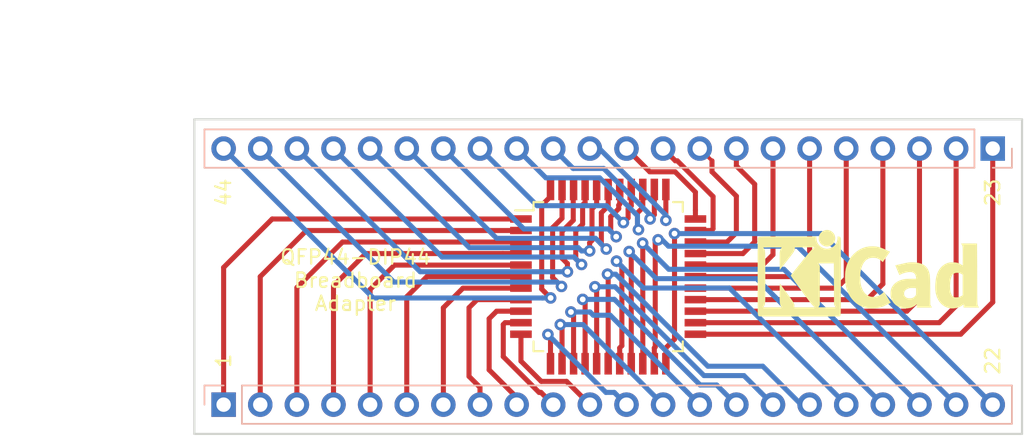
<source format=kicad_pcb>
(kicad_pcb (version 20171130) (host pcbnew "(6.0.0-rc1-dev-1668-g40af48aee)")

  (general
    (thickness 1.6)
    (drawings 11)
    (tracks 274)
    (zones 0)
    (modules 4)
    (nets 45)
  )

  (page A4)
  (layers
    (0 F.Cu signal)
    (31 B.Cu signal)
    (32 B.Adhes user)
    (33 F.Adhes user)
    (34 B.Paste user)
    (35 F.Paste user)
    (36 B.SilkS user)
    (37 F.SilkS user)
    (38 B.Mask user)
    (39 F.Mask user)
    (40 Dwgs.User user)
    (41 Cmts.User user)
    (42 Eco1.User user)
    (43 Eco2.User user)
    (44 Edge.Cuts user)
    (45 Margin user)
    (46 B.CrtYd user)
    (47 F.CrtYd user)
    (48 B.Fab user)
    (49 F.Fab user)
  )

  (setup
    (last_trace_width 0.35)
    (trace_clearance 0.3)
    (zone_clearance 0.508)
    (zone_45_only no)
    (trace_min 0.2)
    (via_size 0.8)
    (via_drill 0.4)
    (via_min_size 0.4)
    (via_min_drill 0.3)
    (uvia_size 0.3)
    (uvia_drill 0.1)
    (uvias_allowed no)
    (uvia_min_size 0.2)
    (uvia_min_drill 0.1)
    (edge_width 0.15)
    (segment_width 0.2)
    (pcb_text_width 0.3)
    (pcb_text_size 1.5 1.5)
    (mod_edge_width 0.15)
    (mod_text_size 1 1)
    (mod_text_width 0.15)
    (pad_size 1.524 1.524)
    (pad_drill 0.762)
    (pad_to_mask_clearance 0.051)
    (solder_mask_min_width 0.25)
    (aux_axis_origin 61.468 75.692)
    (grid_origin 61.468 75.692)
    (visible_elements FFFFFF7F)
    (pcbplotparams
      (layerselection 0x010fc_ffffffff)
      (usegerberextensions false)
      (usegerberattributes false)
      (usegerberadvancedattributes false)
      (creategerberjobfile false)
      (excludeedgelayer true)
      (linewidth 0.100000)
      (plotframeref false)
      (viasonmask false)
      (mode 1)
      (useauxorigin false)
      (hpglpennumber 1)
      (hpglpenspeed 20)
      (hpglpendiameter 15.000000)
      (psnegative false)
      (psa4output false)
      (plotreference true)
      (plotvalue true)
      (plotinvisibletext false)
      (padsonsilk false)
      (subtractmaskfromsilk false)
      (outputformat 1)
      (mirror false)
      (drillshape 1)
      (scaleselection 1)
      (outputdirectory ""))
  )

  (net 0 "")
  (net 1 6)
  (net 2 5)
  (net 3 4)
  (net 4 3)
  (net 5 2)
  (net 6 1)
  (net 7 22)
  (net 8 21)
  (net 9 20)
  (net 10 19)
  (net 11 18)
  (net 12 17)
  (net 13 16)
  (net 14 15)
  (net 15 14)
  (net 16 13)
  (net 17 12)
  (net 18 11)
  (net 19 10)
  (net 20 9)
  (net 21 8)
  (net 22 7)
  (net 23 23)
  (net 24 24)
  (net 25 25)
  (net 26 26)
  (net 27 27)
  (net 28 28)
  (net 29 29)
  (net 30 30)
  (net 31 31)
  (net 32 32)
  (net 33 33)
  (net 34 34)
  (net 35 35)
  (net 36 36)
  (net 37 37)
  (net 38 38)
  (net 39 39)
  (net 40 40)
  (net 41 41)
  (net 42 42)
  (net 43 43)
  (net 44 44)

  (net_class Default "This is the default net class."
    (clearance 0.3)
    (trace_width 0.35)
    (via_dia 0.8)
    (via_drill 0.4)
    (uvia_dia 0.3)
    (uvia_drill 0.1)
    (add_net 1)
    (add_net 10)
    (add_net 11)
    (add_net 12)
    (add_net 13)
    (add_net 14)
    (add_net 15)
    (add_net 16)
    (add_net 17)
    (add_net 18)
    (add_net 19)
    (add_net 2)
    (add_net 20)
    (add_net 21)
    (add_net 22)
    (add_net 23)
    (add_net 24)
    (add_net 25)
    (add_net 26)
    (add_net 27)
    (add_net 28)
    (add_net 29)
    (add_net 3)
    (add_net 30)
    (add_net 31)
    (add_net 32)
    (add_net 33)
    (add_net 34)
    (add_net 35)
    (add_net 36)
    (add_net 37)
    (add_net 38)
    (add_net 39)
    (add_net 4)
    (add_net 40)
    (add_net 41)
    (add_net 42)
    (add_net 43)
    (add_net 44)
    (add_net 5)
    (add_net 6)
    (add_net 7)
    (add_net 8)
    (add_net 9)
  )

  (module Symbol:KiCad-Logo_6mm_SilkScreen (layer F.Cu) (tedit 0) (tstamp 5C5445A4)
    (at 108.204 64.516)
    (descr "KiCad Logo")
    (tags "Logo KiCad")
    (attr virtual)
    (fp_text reference REF** (at 0 -5.08) (layer F.SilkS) hide
      (effects (font (size 1 1) (thickness 0.15)))
    )
    (fp_text value KiCad-Logo_6mm_SilkScreen (at 0 5.08) (layer F.Fab) hide
      (effects (font (size 1 1) (thickness 0.15)))
    )
    (fp_poly (pts (xy -2.726079 -2.96351) (xy -2.622973 -2.927762) (xy -2.526978 -2.871493) (xy -2.441247 -2.794712)
      (xy -2.36893 -2.697427) (xy -2.336445 -2.636108) (xy -2.308332 -2.55034) (xy -2.294705 -2.451323)
      (xy -2.296214 -2.349529) (xy -2.312969 -2.257286) (xy -2.358763 -2.144568) (xy -2.425168 -2.046793)
      (xy -2.508809 -1.965885) (xy -2.606312 -1.903768) (xy -2.7143 -1.862366) (xy -2.829399 -1.843603)
      (xy -2.948234 -1.849402) (xy -3.006811 -1.861794) (xy -3.120972 -1.906203) (xy -3.222365 -1.973967)
      (xy -3.308545 -2.062999) (xy -3.377066 -2.171209) (xy -3.382864 -2.183027) (xy -3.402904 -2.227372)
      (xy -3.415487 -2.26472) (xy -3.422319 -2.30412) (xy -3.425105 -2.354619) (xy -3.425568 -2.409567)
      (xy -3.424803 -2.475585) (xy -3.421352 -2.523311) (xy -3.413477 -2.561897) (xy -3.399443 -2.600494)
      (xy -3.38212 -2.638574) (xy -3.317505 -2.746672) (xy -3.237934 -2.834197) (xy -3.14656 -2.901159)
      (xy -3.046536 -2.947564) (xy -2.941012 -2.973419) (xy -2.833142 -2.978732) (xy -2.726079 -2.96351)) (layer F.SilkS) (width 0.01))
    (fp_poly (pts (xy 6.84227 -2.043175) (xy 6.959041 -2.042696) (xy 6.998729 -2.042455) (xy 7.544486 -2.038865)
      (xy 7.551351 0.054919) (xy 7.552258 0.338842) (xy 7.553062 0.59664) (xy 7.553815 0.829646)
      (xy 7.554569 1.039194) (xy 7.555375 1.226618) (xy 7.556285 1.39325) (xy 7.557351 1.540425)
      (xy 7.558624 1.669477) (xy 7.560156 1.781739) (xy 7.561998 1.878544) (xy 7.564203 1.961226)
      (xy 7.566822 2.031119) (xy 7.569906 2.089557) (xy 7.573508 2.137872) (xy 7.577678 2.1774)
      (xy 7.582469 2.209473) (xy 7.587931 2.235424) (xy 7.594118 2.256589) (xy 7.60108 2.274299)
      (xy 7.608869 2.289889) (xy 7.617537 2.304693) (xy 7.627135 2.320044) (xy 7.637715 2.337276)
      (xy 7.639884 2.340946) (xy 7.676268 2.403031) (xy 7.150431 2.399434) (xy 6.624594 2.395838)
      (xy 6.617729 2.280331) (xy 6.613992 2.224899) (xy 6.610097 2.192851) (xy 6.604811 2.180135)
      (xy 6.596903 2.182696) (xy 6.59027 2.190024) (xy 6.561374 2.216714) (xy 6.514279 2.251021)
      (xy 6.45562 2.288846) (xy 6.392031 2.32609) (xy 6.330149 2.358653) (xy 6.282634 2.380077)
      (xy 6.171316 2.415283) (xy 6.043596 2.440222) (xy 5.908901 2.453941) (xy 5.776663 2.455486)
      (xy 5.656308 2.443906) (xy 5.654326 2.443574) (xy 5.489641 2.40225) (xy 5.335479 2.336412)
      (xy 5.193328 2.247474) (xy 5.064675 2.136852) (xy 4.951007 2.005961) (xy 4.85381 1.856216)
      (xy 4.774572 1.689033) (xy 4.73143 1.56519) (xy 4.702979 1.461581) (xy 4.68188 1.361252)
      (xy 4.667488 1.258109) (xy 4.659158 1.146057) (xy 4.656245 1.019001) (xy 4.657535 0.915252)
      (xy 5.67065 0.915252) (xy 5.675444 1.089222) (xy 5.690568 1.238895) (xy 5.716485 1.365597)
      (xy 5.753663 1.470658) (xy 5.802565 1.555406) (xy 5.863658 1.621169) (xy 5.934177 1.667659)
      (xy 5.970871 1.685014) (xy 6.002696 1.695419) (xy 6.038177 1.700179) (xy 6.085841 1.700601)
      (xy 6.137189 1.698748) (xy 6.238169 1.689841) (xy 6.318035 1.672398) (xy 6.343135 1.663661)
      (xy 6.400448 1.637857) (xy 6.460897 1.605453) (xy 6.487297 1.589233) (xy 6.555946 1.544205)
      (xy 6.555946 0.116982) (xy 6.480432 0.071718) (xy 6.375121 0.020572) (xy 6.267525 -0.009676)
      (xy 6.161581 -0.019205) (xy 6.061224 -0.008193) (xy 5.970387 0.023181) (xy 5.893007 0.07474)
      (xy 5.868039 0.099488) (xy 5.807856 0.180577) (xy 5.759145 0.278734) (xy 5.721499 0.395643)
      (xy 5.694512 0.532985) (xy 5.677775 0.692444) (xy 5.670883 0.8757) (xy 5.67065 0.915252)
      (xy 4.657535 0.915252) (xy 4.658073 0.872067) (xy 4.669647 0.646053) (xy 4.69292 0.442192)
      (xy 4.728504 0.257513) (xy 4.777013 0.089048) (xy 4.83906 -0.066174) (xy 4.861201 -0.112192)
      (xy 4.950385 -0.262261) (xy 5.058159 -0.395623) (xy 5.18199 -0.510123) (xy 5.319342 -0.603611)
      (xy 5.467683 -0.673932) (xy 5.556604 -0.70294) (xy 5.643933 -0.72016) (xy 5.749011 -0.730406)
      (xy 5.863029 -0.733682) (xy 5.977177 -0.729991) (xy 6.082648 -0.71934) (xy 6.167334 -0.70263)
      (xy 6.268128 -0.66986) (xy 6.365822 -0.627721) (xy 6.451296 -0.580481) (xy 6.496789 -0.548419)
      (xy 6.528169 -0.524578) (xy 6.550142 -0.510061) (xy 6.555141 -0.508) (xy 6.55669 -0.521282)
      (xy 6.558135 -0.559337) (xy 6.559443 -0.619481) (xy 6.560583 -0.699027) (xy 6.561521 -0.795289)
      (xy 6.562226 -0.905581) (xy 6.562667 -1.027219) (xy 6.562811 -1.151115) (xy 6.56273 -1.309804)
      (xy 6.562335 -1.443592) (xy 6.561395 -1.55504) (xy 6.55968 -1.646705) (xy 6.556957 -1.721147)
      (xy 6.552997 -1.780925) (xy 6.547569 -1.828598) (xy 6.540441 -1.866726) (xy 6.531384 -1.897866)
      (xy 6.520167 -1.924579) (xy 6.506558 -1.949423) (xy 6.490328 -1.974957) (xy 6.48824 -1.978119)
      (xy 6.467306 -2.01119) (xy 6.454667 -2.033931) (xy 6.452973 -2.038728) (xy 6.466216 -2.040241)
      (xy 6.504002 -2.041472) (xy 6.563416 -2.042401) (xy 6.641542 -2.043008) (xy 6.735465 -2.043273)
      (xy 6.84227 -2.043175)) (layer F.SilkS) (width 0.01))
    (fp_poly (pts (xy 3.167505 -0.735771) (xy 3.235531 -0.730622) (xy 3.430163 -0.704727) (xy 3.602529 -0.663425)
      (xy 3.75347 -0.606147) (xy 3.883825 -0.532326) (xy 3.994434 -0.441392) (xy 4.086135 -0.332778)
      (xy 4.15977 -0.205915) (xy 4.213539 -0.068648) (xy 4.227187 -0.024863) (xy 4.239073 0.016141)
      (xy 4.249334 0.056569) (xy 4.258113 0.09863) (xy 4.265548 0.144531) (xy 4.27178 0.19648)
      (xy 4.27695 0.256685) (xy 4.281196 0.327352) (xy 4.28466 0.410689) (xy 4.287481 0.508905)
      (xy 4.2898 0.624205) (xy 4.291757 0.758799) (xy 4.293491 0.914893) (xy 4.295143 1.094695)
      (xy 4.296324 1.235676) (xy 4.30427 2.203622) (xy 4.355756 2.29677) (xy 4.380137 2.341645)
      (xy 4.39828 2.376501) (xy 4.406935 2.395054) (xy 4.407243 2.396311) (xy 4.394014 2.397749)
      (xy 4.356326 2.399074) (xy 4.297183 2.400249) (xy 4.219586 2.401237) (xy 4.126536 2.401999)
      (xy 4.021035 2.4025) (xy 3.906084 2.402701) (xy 3.892378 2.402703) (xy 3.377513 2.402703)
      (xy 3.377513 2.286) (xy 3.376635 2.23326) (xy 3.374292 2.192926) (xy 3.370921 2.1713)
      (xy 3.369431 2.169298) (xy 3.355804 2.177683) (xy 3.327757 2.199692) (xy 3.291303 2.230601)
      (xy 3.290485 2.231316) (xy 3.223962 2.280843) (xy 3.139948 2.330575) (xy 3.047937 2.375626)
      (xy 2.957421 2.41111) (xy 2.917567 2.423236) (xy 2.838255 2.438637) (xy 2.740935 2.448465)
      (xy 2.634516 2.45258) (xy 2.527907 2.450841) (xy 2.430017 2.443108) (xy 2.361513 2.431981)
      (xy 2.19352 2.382648) (xy 2.042281 2.312342) (xy 1.908782 2.221933) (xy 1.794006 2.112295)
      (xy 1.698937 1.984299) (xy 1.62456 1.838818) (xy 1.592474 1.750541) (xy 1.572365 1.664739)
      (xy 1.559038 1.561736) (xy 1.552872 1.451034) (xy 1.553074 1.434925) (xy 2.481648 1.434925)
      (xy 2.489348 1.517184) (xy 2.514989 1.585546) (xy 2.562378 1.64897) (xy 2.580579 1.667567)
      (xy 2.645282 1.717846) (xy 2.720066 1.750056) (xy 2.809662 1.765648) (xy 2.904012 1.766796)
      (xy 2.993501 1.759216) (xy 3.062018 1.744389) (xy 3.091775 1.733253) (xy 3.145408 1.702904)
      (xy 3.202235 1.660221) (xy 3.254082 1.612317) (xy 3.292778 1.566301) (xy 3.303054 1.549421)
      (xy 3.311042 1.525782) (xy 3.316721 1.488168) (xy 3.320356 1.432985) (xy 3.322211 1.35664)
      (xy 3.322594 1.283981) (xy 3.322335 1.19927) (xy 3.321287 1.138018) (xy 3.319045 1.096227)
      (xy 3.315206 1.069899) (xy 3.309365 1.055035) (xy 3.301118 1.047639) (xy 3.298567 1.046461)
      (xy 3.2764 1.042833) (xy 3.23268 1.039866) (xy 3.173311 1.037827) (xy 3.104196 1.036983)
      (xy 3.089189 1.036982) (xy 2.996805 1.038457) (xy 2.925432 1.042842) (xy 2.868719 1.050738)
      (xy 2.821872 1.06227) (xy 2.705669 1.106215) (xy 2.614543 1.160243) (xy 2.547705 1.225219)
      (xy 2.504365 1.302005) (xy 2.483734 1.391467) (xy 2.481648 1.434925) (xy 1.553074 1.434925)
      (xy 1.554244 1.342133) (xy 1.563532 1.244536) (xy 1.570777 1.205105) (xy 1.617039 1.058701)
      (xy 1.687384 0.923995) (xy 1.780484 0.80228) (xy 1.895012 0.694847) (xy 2.02964 0.602988)
      (xy 2.18304 0.527996) (xy 2.313459 0.482458) (xy 2.400623 0.458533) (xy 2.483996 0.439943)
      (xy 2.568976 0.426084) (xy 2.660965 0.416351) (xy 2.765362 0.410141) (xy 2.887568 0.406851)
      (xy 2.998055 0.405924) (xy 3.325677 0.405027) (xy 3.319401 0.306547) (xy 3.301579 0.199695)
      (xy 3.263667 0.107852) (xy 3.20728 0.03331) (xy 3.134031 -0.021636) (xy 3.069535 -0.048448)
      (xy 2.977123 -0.065346) (xy 2.867111 -0.067773) (xy 2.744656 -0.056622) (xy 2.614914 -0.03279)
      (xy 2.483042 0.00283) (xy 2.354198 0.049343) (xy 2.260566 0.091883) (xy 2.215517 0.113728)
      (xy 2.181156 0.128984) (xy 2.163681 0.134937) (xy 2.162733 0.134746) (xy 2.156703 0.121412)
      (xy 2.141645 0.086068) (xy 2.118977 0.032101) (xy 2.090115 -0.037104) (xy 2.056477 -0.11816)
      (xy 2.022284 -0.200882) (xy 1.885586 -0.532197) (xy 1.98282 -0.548167) (xy 2.024964 -0.55618)
      (xy 2.088319 -0.569639) (xy 2.167457 -0.587321) (xy 2.256951 -0.608004) (xy 2.351373 -0.630468)
      (xy 2.388973 -0.639597) (xy 2.551637 -0.677326) (xy 2.69405 -0.705612) (xy 2.821527 -0.725028)
      (xy 2.939384 -0.736146) (xy 3.052938 -0.739536) (xy 3.167505 -0.735771)) (layer F.SilkS) (width 0.01))
    (fp_poly (pts (xy 0.439962 -1.839501) (xy 0.588014 -1.823293) (xy 0.731452 -1.794282) (xy 0.87611 -1.750955)
      (xy 1.027824 -1.691799) (xy 1.192428 -1.6153) (xy 1.222071 -1.600483) (xy 1.290098 -1.566969)
      (xy 1.354256 -1.536792) (xy 1.408215 -1.512834) (xy 1.44564 -1.497976) (xy 1.451389 -1.496105)
      (xy 1.506486 -1.479598) (xy 1.259851 -1.120799) (xy 1.199552 -1.033107) (xy 1.144422 -0.952988)
      (xy 1.096336 -0.883164) (xy 1.057168 -0.826353) (xy 1.028794 -0.785277) (xy 1.013087 -0.762654)
      (xy 1.010536 -0.759072) (xy 1.000171 -0.766562) (xy 0.97466 -0.789082) (xy 0.938563 -0.822539)
      (xy 0.918642 -0.84145) (xy 0.805773 -0.931222) (xy 0.679014 -0.999439) (xy 0.569783 -1.036805)
      (xy 0.504214 -1.04854) (xy 0.422116 -1.055692) (xy 0.333144 -1.058126) (xy 0.246956 -1.055712)
      (xy 0.173205 -1.048317) (xy 0.143776 -1.042653) (xy 0.011133 -0.997018) (xy -0.108394 -0.927337)
      (xy -0.214717 -0.83374) (xy -0.307747 -0.716351) (xy -0.387395 -0.5753) (xy -0.453574 -0.410714)
      (xy -0.506194 -0.22272) (xy -0.537467 -0.061783) (xy -0.545626 0.009263) (xy -0.551185 0.101046)
      (xy -0.554198 0.206968) (xy -0.554719 0.320434) (xy -0.5528 0.434849) (xy -0.548497 0.543617)
      (xy -0.541863 0.640143) (xy -0.532951 0.717831) (xy -0.531021 0.729817) (xy -0.488501 0.922892)
      (xy -0.430567 1.093773) (xy -0.356867 1.243224) (xy -0.267049 1.372011) (xy -0.203293 1.441639)
      (xy -0.088714 1.536173) (xy 0.036942 1.606246) (xy 0.171557 1.651477) (xy 0.313011 1.671484)
      (xy 0.459183 1.665885) (xy 0.607955 1.6343) (xy 0.695911 1.603394) (xy 0.817629 1.541506)
      (xy 0.94308 1.452729) (xy 1.013353 1.392694) (xy 1.052811 1.357947) (xy 1.083812 1.332454)
      (xy 1.101458 1.32017) (xy 1.103648 1.319795) (xy 1.111524 1.332347) (xy 1.131932 1.365516)
      (xy 1.163132 1.416458) (xy 1.203386 1.482331) (xy 1.250957 1.560289) (xy 1.304104 1.64749)
      (xy 1.333687 1.696067) (xy 1.559648 2.067215) (xy 1.277527 2.206639) (xy 1.175522 2.256719)
      (xy 1.092889 2.29621) (xy 1.024578 2.327073) (xy 0.965537 2.351268) (xy 0.910714 2.370758)
      (xy 0.85506 2.387503) (xy 0.793523 2.403465) (xy 0.73454 2.417482) (xy 0.682115 2.428329)
      (xy 0.627288 2.436526) (xy 0.564572 2.442528) (xy 0.488477 2.44679) (xy 0.393516 2.449767)
      (xy 0.329513 2.451052) (xy 0.238192 2.45193) (xy 0.150627 2.451487) (xy 0.072612 2.449852)
      (xy 0.009942 2.447149) (xy -0.031587 2.443505) (xy -0.034048 2.443142) (xy -0.249697 2.396487)
      (xy -0.452207 2.325729) (xy -0.641505 2.230914) (xy -0.817521 2.112089) (xy -0.980184 1.9693)
      (xy -1.129422 1.802594) (xy -1.237504 1.654433) (xy -1.352566 1.460502) (xy -1.445577 1.255699)
      (xy -1.516987 1.038383) (xy -1.567244 0.806912) (xy -1.596799 0.559643) (xy -1.606111 0.308559)
      (xy -1.598452 0.06567) (xy -1.574387 -0.15843) (xy -1.533148 -0.367523) (xy -1.473973 -0.565387)
      (xy -1.396096 -0.755804) (xy -1.386797 -0.775532) (xy -1.284352 -0.959941) (xy -1.158528 -1.135424)
      (xy -1.012888 -1.29835) (xy -0.850999 -1.445086) (xy -0.676424 -1.571999) (xy -0.513756 -1.665095)
      (xy -0.349427 -1.738009) (xy -0.184749 -1.790826) (xy -0.013348 -1.824985) (xy 0.171153 -1.841922)
      (xy 0.281459 -1.84442) (xy 0.439962 -1.839501)) (layer F.SilkS) (width 0.01))
    (fp_poly (pts (xy -5.955743 -2.526311) (xy -5.69122 -2.526275) (xy -5.568088 -2.52627) (xy -3.597189 -2.52627)
      (xy -3.597189 -2.41009) (xy -3.584789 -2.268709) (xy -3.547364 -2.138316) (xy -3.484577 -2.018138)
      (xy -3.396094 -1.907398) (xy -3.366157 -1.877489) (xy -3.258466 -1.792652) (xy -3.139725 -1.730779)
      (xy -3.01346 -1.691841) (xy -2.883197 -1.67581) (xy -2.752465 -1.682658) (xy -2.624788 -1.712357)
      (xy -2.503695 -1.76488) (xy -2.392712 -1.840197) (xy -2.342868 -1.885637) (xy -2.249983 -1.997048)
      (xy -2.181873 -2.119565) (xy -2.139129 -2.251785) (xy -2.122347 -2.392308) (xy -2.122124 -2.406133)
      (xy -2.121244 -2.526266) (xy -2.068443 -2.526268) (xy -2.021604 -2.519911) (xy -1.978817 -2.504444)
      (xy -1.975989 -2.502846) (xy -1.966325 -2.497832) (xy -1.957451 -2.493927) (xy -1.949335 -2.489993)
      (xy -1.941943 -2.484894) (xy -1.935245 -2.477492) (xy -1.929208 -2.466649) (xy -1.923801 -2.451228)
      (xy -1.91899 -2.430091) (xy -1.914745 -2.402101) (xy -1.911032 -2.366121) (xy -1.907821 -2.321013)
      (xy -1.905078 -2.26564) (xy -1.902772 -2.198863) (xy -1.900871 -2.119547) (xy -1.899342 -2.026553)
      (xy -1.898154 -1.918743) (xy -1.897274 -1.794981) (xy -1.89667 -1.654129) (xy -1.896311 -1.49505)
      (xy -1.896165 -1.316605) (xy -1.896198 -1.117658) (xy -1.89638 -0.897071) (xy -1.896677 -0.653707)
      (xy -1.897059 -0.386428) (xy -1.897492 -0.094097) (xy -1.897945 0.224424) (xy -1.897998 0.26323)
      (xy -1.898404 0.583782) (xy -1.898749 0.878012) (xy -1.899069 1.147056) (xy -1.8994 1.392052)
      (xy -1.899779 1.614137) (xy -1.900243 1.814447) (xy -1.900828 1.994119) (xy -1.90157 2.15429)
      (xy -1.902506 2.296098) (xy -1.903673 2.420679) (xy -1.905107 2.52917) (xy -1.906844 2.622707)
      (xy -1.908922 2.702429) (xy -1.911376 2.769472) (xy -1.914244 2.824973) (xy -1.917561 2.870068)
      (xy -1.921364 2.905895) (xy -1.92569 2.933591) (xy -1.930575 2.954293) (xy -1.936055 2.969137)
      (xy -1.942168 2.97926) (xy -1.94895 2.9858) (xy -1.956437 2.989893) (xy -1.964666 2.992676)
      (xy -1.973673 2.995287) (xy -1.983495 2.998862) (xy -1.985894 2.99995) (xy -1.993435 3.002396)
      (xy -2.006056 3.004642) (xy -2.024859 3.006698) (xy -2.050947 3.008572) (xy -2.085422 3.010271)
      (xy -2.129385 3.011803) (xy -2.183939 3.013177) (xy -2.250185 3.0144) (xy -2.329226 3.015481)
      (xy -2.422163 3.016427) (xy -2.530099 3.017247) (xy -2.654136 3.017947) (xy -2.795376 3.018538)
      (xy -2.954921 3.019025) (xy -3.133872 3.019419) (xy -3.333332 3.019725) (xy -3.554404 3.019953)
      (xy -3.798188 3.02011) (xy -4.065787 3.020205) (xy -4.358303 3.020245) (xy -4.676839 3.020238)
      (xy -4.780021 3.020228) (xy -5.105623 3.020176) (xy -5.404881 3.020091) (xy -5.678909 3.019963)
      (xy -5.928824 3.019785) (xy -6.15574 3.019548) (xy -6.360773 3.019242) (xy -6.545038 3.01886)
      (xy -6.70965 3.018392) (xy -6.855725 3.01783) (xy -6.984376 3.017165) (xy -7.096721 3.016388)
      (xy -7.193874 3.015491) (xy -7.27695 3.014465) (xy -7.347064 3.013301) (xy -7.405332 3.011991)
      (xy -7.452869 3.010525) (xy -7.49079 3.008896) (xy -7.52021 3.007093) (xy -7.542245 3.00511)
      (xy -7.55801 3.002936) (xy -7.56862 3.000563) (xy -7.574404 2.998391) (xy -7.584684 2.994056)
      (xy -7.594122 2.990859) (xy -7.602755 2.987665) (xy -7.610619 2.983338) (xy -7.617748 2.976744)
      (xy -7.624179 2.966747) (xy -7.629947 2.952212) (xy -7.635089 2.932003) (xy -7.63964 2.904985)
      (xy -7.643635 2.870023) (xy -7.647111 2.825981) (xy -7.650102 2.771724) (xy -7.652646 2.706117)
      (xy -7.654777 2.628024) (xy -7.656532 2.53631) (xy -7.657945 2.42984) (xy -7.658315 2.388973)
      (xy -7.291884 2.388973) (xy -5.996734 2.388973) (xy -6.021655 2.351217) (xy -6.046447 2.312417)
      (xy -6.06744 2.275469) (xy -6.084935 2.237788) (xy -6.09923 2.196788) (xy -6.110623 2.149883)
      (xy -6.119413 2.094487) (xy -6.125898 2.028016) (xy -6.130377 1.947883) (xy -6.13315 1.851502)
      (xy -6.134513 1.736289) (xy -6.134767 1.599657) (xy -6.134209 1.43902) (xy -6.133893 1.379382)
      (xy -6.130325 0.740041) (xy -5.725298 1.291449) (xy -5.610554 1.447876) (xy -5.511143 1.584088)
      (xy -5.42599 1.70189) (xy -5.354022 1.803084) (xy -5.294166 1.889477) (xy -5.245348 1.962874)
      (xy -5.206495 2.025077) (xy -5.176534 2.077893) (xy -5.154391 2.123125) (xy -5.138993 2.162578)
      (xy -5.129266 2.198058) (xy -5.124137 2.231368) (xy -5.122532 2.264313) (xy -5.123379 2.298697)
      (xy -5.123595 2.303019) (xy -5.128054 2.389031) (xy -3.708692 2.388973) (xy -3.814265 2.282522)
      (xy -3.842913 2.253406) (xy -3.87009 2.225076) (xy -3.896989 2.195968) (xy -3.924803 2.16452)
      (xy -3.954725 2.129169) (xy -3.987946 2.088354) (xy -4.025661 2.040511) (xy -4.06906 1.984079)
      (xy -4.119338 1.917494) (xy -4.177688 1.839195) (xy -4.2453 1.747619) (xy -4.323369 1.641204)
      (xy -4.413088 1.518387) (xy -4.515648 1.377605) (xy -4.632242 1.217297) (xy -4.727809 1.085798)
      (xy -4.847749 0.920596) (xy -4.95238 0.776152) (xy -5.042648 0.651094) (xy -5.119503 0.544052)
      (xy -5.183891 0.453654) (xy -5.236761 0.378529) (xy -5.27906 0.317304) (xy -5.311736 0.26861)
      (xy -5.335738 0.231074) (xy -5.352013 0.203325) (xy -5.361508 0.183992) (xy -5.365173 0.171703)
      (xy -5.364071 0.165242) (xy -5.350724 0.148048) (xy -5.321866 0.111655) (xy -5.27924 0.058224)
      (xy -5.224585 -0.010081) (xy -5.159644 -0.091097) (xy -5.086158 -0.18266) (xy -5.005868 -0.282608)
      (xy -4.920515 -0.388776) (xy -4.83184 -0.499003) (xy -4.741586 -0.611124) (xy -4.691944 -0.672756)
      (xy -3.459373 -0.672756) (xy -3.408146 -0.580081) (xy -3.356919 -0.487405) (xy -3.356919 2.203622)
      (xy -3.408146 2.296298) (xy -3.459373 2.388973) (xy -2.853396 2.388973) (xy -2.708734 2.388931)
      (xy -2.589244 2.388741) (xy -2.492642 2.388308) (xy -2.416642 2.387536) (xy -2.358957 2.38633)
      (xy -2.317301 2.384594) (xy -2.289389 2.382232) (xy -2.272935 2.37915) (xy -2.265652 2.375251)
      (xy -2.265255 2.37044) (xy -2.269458 2.364622) (xy -2.269501 2.364574) (xy -2.286813 2.339532)
      (xy -2.309736 2.298815) (xy -2.329981 2.258168) (xy -2.368379 2.176162) (xy -2.376211 -0.672756)
      (xy -3.459373 -0.672756) (xy -4.691944 -0.672756) (xy -4.651493 -0.722976) (xy -4.563302 -0.832396)
      (xy -4.478754 -0.937222) (xy -4.399592 -1.035289) (xy -4.327556 -1.124434) (xy -4.264387 -1.202495)
      (xy -4.211827 -1.267308) (xy -4.171617 -1.31671) (xy -4.148 -1.345513) (xy -4.05629 -1.453222)
      (xy -3.96806 -1.55042) (xy -3.886403 -1.633924) (xy -3.81441 -1.700552) (xy -3.763319 -1.741401)
      (xy -3.702907 -1.784865) (xy -5.092298 -1.784865) (xy -5.091908 -1.703334) (xy -5.095791 -1.643394)
      (xy -5.11039 -1.587823) (xy -5.132988 -1.535145) (xy -5.147678 -1.505385) (xy -5.163472 -1.475897)
      (xy -5.181814 -1.444724) (xy -5.204145 -1.409907) (xy -5.231909 -1.36949) (xy -5.266549 -1.321514)
      (xy -5.309507 -1.264022) (xy -5.362227 -1.195057) (xy -5.426151 -1.112661) (xy -5.502721 -1.014876)
      (xy -5.593381 -0.899745) (xy -5.699574 -0.76531) (xy -5.711568 -0.750141) (xy -6.130325 -0.220588)
      (xy -6.134378 -0.807078) (xy -6.135195 -0.982749) (xy -6.135021 -1.131468) (xy -6.133849 -1.253725)
      (xy -6.131669 -1.350011) (xy -6.128474 -1.420817) (xy -6.124256 -1.466631) (xy -6.122838 -1.475321)
      (xy -6.100591 -1.566865) (xy -6.071443 -1.649392) (xy -6.038182 -1.715747) (xy -6.0182 -1.74389)
      (xy -5.983722 -1.784865) (xy -6.637914 -1.784865) (xy -6.793969 -1.784731) (xy -6.924467 -1.784297)
      (xy -7.03131 -1.783511) (xy -7.116398 -1.782324) (xy -7.181635 -1.780683) (xy -7.228921 -1.778539)
      (xy -7.260157 -1.775841) (xy -7.277246 -1.772538) (xy -7.282088 -1.768579) (xy -7.281753 -1.767702)
      (xy -7.267885 -1.746769) (xy -7.244732 -1.713588) (xy -7.232754 -1.696807) (xy -7.220369 -1.68006)
      (xy -7.209237 -1.665085) (xy -7.199288 -1.650406) (xy -7.190451 -1.634551) (xy -7.182657 -1.616045)
      (xy -7.175835 -1.593415) (xy -7.169916 -1.565187) (xy -7.164829 -1.529887) (xy -7.160504 -1.486042)
      (xy -7.156871 -1.432178) (xy -7.15386 -1.36682) (xy -7.151401 -1.288496) (xy -7.149423 -1.195732)
      (xy -7.147858 -1.087053) (xy -7.146634 -0.960987) (xy -7.145681 -0.816058) (xy -7.14493 -0.650794)
      (xy -7.144311 -0.463721) (xy -7.143752 -0.253365) (xy -7.143185 -0.018252) (xy -7.142655 0.197741)
      (xy -7.142155 0.438535) (xy -7.141895 0.668274) (xy -7.141868 0.885493) (xy -7.142067 1.088722)
      (xy -7.142486 1.276496) (xy -7.143118 1.447345) (xy -7.143956 1.599803) (xy -7.144992 1.732403)
      (xy -7.14622 1.843676) (xy -7.147633 1.932156) (xy -7.149225 1.996375) (xy -7.150987 2.034865)
      (xy -7.151321 2.038933) (xy -7.163466 2.132248) (xy -7.182427 2.20719) (xy -7.211302 2.272594)
      (xy -7.25319 2.337293) (xy -7.258429 2.344352) (xy -7.291884 2.388973) (xy -7.658315 2.388973)
      (xy -7.659054 2.307479) (xy -7.659893 2.16809) (xy -7.660498 2.010539) (xy -7.660905 1.833691)
      (xy -7.66115 1.63641) (xy -7.661267 1.41756) (xy -7.661295 1.176007) (xy -7.661267 0.910615)
      (xy -7.66122 0.620249) (xy -7.66119 0.303773) (xy -7.661189 0.240946) (xy -7.661172 -0.078863)
      (xy -7.661112 -0.372339) (xy -7.661002 -0.64061) (xy -7.660833 -0.884802) (xy -7.660597 -1.106043)
      (xy -7.660284 -1.30546) (xy -7.659885 -1.48418) (xy -7.659393 -1.643329) (xy -7.658797 -1.784034)
      (xy -7.65809 -1.907424) (xy -7.657263 -2.014624) (xy -7.656307 -2.106762) (xy -7.655213 -2.184965)
      (xy -7.653973 -2.250359) (xy -7.652578 -2.304072) (xy -7.651018 -2.347231) (xy -7.649286 -2.380963)
      (xy -7.647372 -2.406395) (xy -7.645268 -2.424653) (xy -7.642966 -2.436866) (xy -7.640455 -2.444159)
      (xy -7.640363 -2.444341) (xy -7.635192 -2.455482) (xy -7.630885 -2.465569) (xy -7.626121 -2.474654)
      (xy -7.619578 -2.482788) (xy -7.609935 -2.490024) (xy -7.595871 -2.496414) (xy -7.576063 -2.502011)
      (xy -7.549191 -2.506867) (xy -7.513933 -2.511034) (xy -7.468968 -2.514564) (xy -7.412974 -2.517509)
      (xy -7.344629 -2.519923) (xy -7.262614 -2.521856) (xy -7.165605 -2.523362) (xy -7.052282 -2.524492)
      (xy -6.921323 -2.525298) (xy -6.771407 -2.525834) (xy -6.601213 -2.526151) (xy -6.409418 -2.526301)
      (xy -6.194702 -2.526337) (xy -5.955743 -2.526311)) (layer F.SilkS) (width 0.01))
  )

  (module Package_QFP:PQFP-44_10x10mm_P0.8mm (layer F.Cu) (tedit 5A02F146) (tstamp 5C5ED2D5)
    (at 90.17 64.77)
    (descr "44-Lead Plastic Quad Flatpack - 10x10x2.5mm Body (http://www.onsemi.com/pub/Collateral/122BK.PDF)")
    (tags "PQFP 0.8")
    (path /5C513C9D)
    (attr smd)
    (fp_text reference U1 (at -2.794 -13.462) (layer F.SilkS) hide
      (effects (font (size 1 1) (thickness 0.15)))
    )
    (fp_text value QFP44 (at 0 13.843) (layer F.Fab) hide
      (effects (font (size 1 1) (thickness 0.15)))
    )
    (fp_text user %R (at 0 -13.208) (layer F.Fab) hide
      (effects (font (size 1 1) (thickness 0.15)))
    )
    (fp_line (start -4 -5) (end 5 -5) (layer F.Fab) (width 0.15))
    (fp_line (start 5 -5) (end 5 5) (layer F.Fab) (width 0.15))
    (fp_line (start 5 5) (end -5 5) (layer F.Fab) (width 0.15))
    (fp_line (start -5 5) (end -5 -4) (layer F.Fab) (width 0.15))
    (fp_line (start -5 -4) (end -4 -5) (layer F.Fab) (width 0.15))
    (fp_line (start -7.05 -7.05) (end -7.05 7.05) (layer F.CrtYd) (width 0.05))
    (fp_line (start 7.05 -7.05) (end 7.05 7.05) (layer F.CrtYd) (width 0.05))
    (fp_line (start -7.05 -7.05) (end 7.05 -7.05) (layer F.CrtYd) (width 0.05))
    (fp_line (start -7.05 7.05) (end 7.05 7.05) (layer F.CrtYd) (width 0.05))
    (fp_line (start -5.175 -5.175) (end -5.175 -4.6) (layer F.SilkS) (width 0.15))
    (fp_line (start 5.175 -5.175) (end 5.175 -4.5) (layer F.SilkS) (width 0.15))
    (fp_line (start 5.175 5.175) (end 5.175 4.5) (layer F.SilkS) (width 0.15))
    (fp_line (start -5.175 5.175) (end -5.175 4.5) (layer F.SilkS) (width 0.15))
    (fp_line (start -5.175 -5.175) (end -4.5 -5.175) (layer F.SilkS) (width 0.15))
    (fp_line (start -5.175 5.175) (end -4.5 5.175) (layer F.SilkS) (width 0.15))
    (fp_line (start 5.175 5.175) (end 4.5 5.175) (layer F.SilkS) (width 0.15))
    (fp_line (start 5.175 -5.175) (end 4.5 -5.175) (layer F.SilkS) (width 0.15))
    (fp_line (start -5.175 -4.6) (end -6.45 -4.6) (layer F.SilkS) (width 0.15))
    (pad 1 smd rect (at -6.05 -4) (size 1.5 0.52) (layers F.Cu F.Paste F.Mask)
      (net 6 1))
    (pad 2 smd rect (at -6.05 -3.2) (size 1.5 0.52) (layers F.Cu F.Paste F.Mask)
      (net 5 2))
    (pad 3 smd rect (at -6.05 -2.4) (size 1.5 0.52) (layers F.Cu F.Paste F.Mask)
      (net 4 3))
    (pad 4 smd rect (at -6.05 -1.6) (size 1.5 0.52) (layers F.Cu F.Paste F.Mask)
      (net 3 4))
    (pad 5 smd rect (at -6.05 -0.8) (size 1.5 0.52) (layers F.Cu F.Paste F.Mask)
      (net 2 5))
    (pad 6 smd rect (at -6.05 0) (size 1.5 0.52) (layers F.Cu F.Paste F.Mask)
      (net 1 6))
    (pad 7 smd rect (at -6.05 0.8) (size 1.5 0.52) (layers F.Cu F.Paste F.Mask)
      (net 22 7))
    (pad 8 smd rect (at -6.05 1.6) (size 1.5 0.52) (layers F.Cu F.Paste F.Mask)
      (net 21 8))
    (pad 9 smd rect (at -6.05 2.4) (size 1.5 0.52) (layers F.Cu F.Paste F.Mask)
      (net 20 9))
    (pad 10 smd rect (at -6.05 3.2) (size 1.5 0.52) (layers F.Cu F.Paste F.Mask)
      (net 19 10))
    (pad 11 smd rect (at -6.05 4) (size 1.5 0.52) (layers F.Cu F.Paste F.Mask)
      (net 18 11))
    (pad 12 smd rect (at -4 6.05) (size 0.52 1.5) (layers F.Cu F.Paste F.Mask)
      (net 17 12))
    (pad 13 smd rect (at -3.2 6.05) (size 0.52 1.5) (layers F.Cu F.Paste F.Mask)
      (net 16 13))
    (pad 14 smd rect (at -2.4 6.05) (size 0.52 1.5) (layers F.Cu F.Paste F.Mask)
      (net 15 14))
    (pad 15 smd rect (at -1.6 6.05) (size 0.52 1.5) (layers F.Cu F.Paste F.Mask)
      (net 14 15))
    (pad 16 smd rect (at -0.8 6.05) (size 0.52 1.5) (layers F.Cu F.Paste F.Mask)
      (net 13 16))
    (pad 17 smd rect (at 0 6.05) (size 0.52 1.5) (layers F.Cu F.Paste F.Mask)
      (net 12 17))
    (pad 18 smd rect (at 0.8 6.05) (size 0.52 1.5) (layers F.Cu F.Paste F.Mask)
      (net 11 18))
    (pad 19 smd rect (at 1.6 6.05) (size 0.52 1.5) (layers F.Cu F.Paste F.Mask)
      (net 10 19))
    (pad 20 smd rect (at 2.4 6.05) (size 0.52 1.5) (layers F.Cu F.Paste F.Mask)
      (net 9 20))
    (pad 21 smd rect (at 3.2 6.05) (size 0.52 1.5) (layers F.Cu F.Paste F.Mask)
      (net 8 21))
    (pad 22 smd rect (at 4 6.05) (size 0.52 1.5) (layers F.Cu F.Paste F.Mask)
      (net 7 22))
    (pad 23 smd rect (at 6.05 4) (size 1.5 0.52) (layers F.Cu F.Paste F.Mask)
      (net 23 23))
    (pad 24 smd rect (at 6.05 3.2) (size 1.5 0.52) (layers F.Cu F.Paste F.Mask)
      (net 24 24))
    (pad 25 smd rect (at 6.05 2.4) (size 1.5 0.52) (layers F.Cu F.Paste F.Mask)
      (net 25 25))
    (pad 26 smd rect (at 6.05 1.6) (size 1.5 0.52) (layers F.Cu F.Paste F.Mask)
      (net 26 26))
    (pad 27 smd rect (at 6.05 0.8) (size 1.5 0.52) (layers F.Cu F.Paste F.Mask)
      (net 27 27))
    (pad 28 smd rect (at 6.05 0) (size 1.5 0.52) (layers F.Cu F.Paste F.Mask)
      (net 28 28))
    (pad 29 smd rect (at 6.05 -0.8) (size 1.5 0.52) (layers F.Cu F.Paste F.Mask)
      (net 29 29))
    (pad 30 smd rect (at 6.05 -1.6) (size 1.5 0.52) (layers F.Cu F.Paste F.Mask)
      (net 30 30))
    (pad 31 smd rect (at 6.05 -2.4) (size 1.5 0.52) (layers F.Cu F.Paste F.Mask)
      (net 31 31))
    (pad 32 smd rect (at 6.05 -3.2) (size 1.5 0.52) (layers F.Cu F.Paste F.Mask)
      (net 32 32))
    (pad 33 smd rect (at 6.05 -4) (size 1.5 0.52) (layers F.Cu F.Paste F.Mask)
      (net 33 33))
    (pad 34 smd rect (at 4 -6.05) (size 0.52 1.5) (layers F.Cu F.Paste F.Mask)
      (net 34 34))
    (pad 35 smd rect (at 3.2 -6.05) (size 0.52 1.5) (layers F.Cu F.Paste F.Mask)
      (net 35 35))
    (pad 36 smd rect (at 2.4 -6.05) (size 0.52 1.5) (layers F.Cu F.Paste F.Mask)
      (net 36 36))
    (pad 37 smd rect (at 1.6 -6.05) (size 0.52 1.5) (layers F.Cu F.Paste F.Mask)
      (net 37 37))
    (pad 38 smd rect (at 0.8 -6.05) (size 0.52 1.5) (layers F.Cu F.Paste F.Mask)
      (net 38 38))
    (pad 39 smd rect (at 0 -6.05) (size 0.52 1.5) (layers F.Cu F.Paste F.Mask)
      (net 39 39))
    (pad 40 smd rect (at -0.8 -6.05) (size 0.52 1.5) (layers F.Cu F.Paste F.Mask)
      (net 40 40))
    (pad 41 smd rect (at -1.6 -6.05) (size 0.52 1.5) (layers F.Cu F.Paste F.Mask)
      (net 41 41))
    (pad 42 smd rect (at -2.4 -6.05) (size 0.52 1.5) (layers F.Cu F.Paste F.Mask)
      (net 42 42))
    (pad 43 smd rect (at -3.2 -6.05) (size 0.52 1.5) (layers F.Cu F.Paste F.Mask)
      (net 43 43))
    (pad 44 smd rect (at -4 -6.05) (size 0.52 1.5) (layers F.Cu F.Paste F.Mask)
      (net 44 44))
    (model ${KISYS3DMOD}/Package_QFP.3dshapes/PQFP-44_10x10mm_P0.8mm.wrl
      (at (xyz 0 0 0))
      (scale (xyz 1 1 1))
      (rotate (xyz 0 0 0))
    )
  )

  (module Connector_PinHeader_2.54mm:PinHeader_1x22_P2.54mm_Vertical (layer B.Cu) (tedit 59FED5CC) (tstamp 5C5FBDF8)
    (at 63.5 73.66 270)
    (descr "Through hole straight pin header, 1x22, 2.54mm pitch, single row")
    (tags "Through hole pin header THT 1x22 2.54mm single row")
    (path /5C5159FE)
    (fp_text reference J1 (at 0.254 4.572 270) (layer B.SilkS) hide
      (effects (font (size 1 1) (thickness 0.15)) (justify mirror))
    )
    (fp_text value Conn_01x22_Male (at 0 -57.023 270) (layer B.Fab) hide
      (effects (font (size 1 1) (thickness 0.15)) (justify mirror))
    )
    (fp_text user %R (at 0 -26.67 180) (layer B.Fab) hide
      (effects (font (size 1 1) (thickness 0.15)) (justify mirror))
    )
    (fp_line (start 1.8 1.8) (end -1.8 1.8) (layer B.CrtYd) (width 0.05))
    (fp_line (start 1.8 -55.15) (end 1.8 1.8) (layer B.CrtYd) (width 0.05))
    (fp_line (start -1.8 -55.15) (end 1.8 -55.15) (layer B.CrtYd) (width 0.05))
    (fp_line (start -1.8 1.8) (end -1.8 -55.15) (layer B.CrtYd) (width 0.05))
    (fp_line (start -1.33 1.33) (end 0 1.33) (layer B.SilkS) (width 0.12))
    (fp_line (start -1.33 0) (end -1.33 1.33) (layer B.SilkS) (width 0.12))
    (fp_line (start -1.33 -1.27) (end 1.33 -1.27) (layer B.SilkS) (width 0.12))
    (fp_line (start 1.33 -1.27) (end 1.33 -54.67) (layer B.SilkS) (width 0.12))
    (fp_line (start -1.33 -1.27) (end -1.33 -54.67) (layer B.SilkS) (width 0.12))
    (fp_line (start -1.33 -54.67) (end 1.33 -54.67) (layer B.SilkS) (width 0.12))
    (fp_line (start -1.27 0.635) (end -0.635 1.27) (layer B.Fab) (width 0.1))
    (fp_line (start -1.27 -54.61) (end -1.27 0.635) (layer B.Fab) (width 0.1))
    (fp_line (start 1.27 -54.61) (end -1.27 -54.61) (layer B.Fab) (width 0.1))
    (fp_line (start 1.27 1.27) (end 1.27 -54.61) (layer B.Fab) (width 0.1))
    (fp_line (start -0.635 1.27) (end 1.27 1.27) (layer B.Fab) (width 0.1))
    (pad 22 thru_hole oval (at 0 -53.34 270) (size 1.7 1.7) (drill 1) (layers *.Cu *.Mask)
      (net 7 22))
    (pad 21 thru_hole oval (at 0 -50.8 270) (size 1.7 1.7) (drill 1) (layers *.Cu *.Mask)
      (net 8 21))
    (pad 20 thru_hole oval (at 0 -48.26 270) (size 1.7 1.7) (drill 1) (layers *.Cu *.Mask)
      (net 9 20))
    (pad 19 thru_hole oval (at 0 -45.72 270) (size 1.7 1.7) (drill 1) (layers *.Cu *.Mask)
      (net 10 19))
    (pad 18 thru_hole oval (at 0 -43.18 270) (size 1.7 1.7) (drill 1) (layers *.Cu *.Mask)
      (net 11 18))
    (pad 17 thru_hole oval (at 0 -40.64 270) (size 1.7 1.7) (drill 1) (layers *.Cu *.Mask)
      (net 12 17))
    (pad 16 thru_hole oval (at 0 -38.1 270) (size 1.7 1.7) (drill 1) (layers *.Cu *.Mask)
      (net 13 16))
    (pad 15 thru_hole oval (at 0 -35.56 270) (size 1.7 1.7) (drill 1) (layers *.Cu *.Mask)
      (net 14 15))
    (pad 14 thru_hole oval (at 0 -33.02 270) (size 1.7 1.7) (drill 1) (layers *.Cu *.Mask)
      (net 15 14))
    (pad 13 thru_hole oval (at 0 -30.48 270) (size 1.7 1.7) (drill 1) (layers *.Cu *.Mask)
      (net 16 13))
    (pad 12 thru_hole oval (at 0 -27.94 270) (size 1.7 1.7) (drill 1) (layers *.Cu *.Mask)
      (net 17 12))
    (pad 11 thru_hole oval (at 0 -25.4 270) (size 1.7 1.7) (drill 1) (layers *.Cu *.Mask)
      (net 18 11))
    (pad 10 thru_hole oval (at 0 -22.86 270) (size 1.7 1.7) (drill 1) (layers *.Cu *.Mask)
      (net 19 10))
    (pad 9 thru_hole oval (at 0 -20.32 270) (size 1.7 1.7) (drill 1) (layers *.Cu *.Mask)
      (net 20 9))
    (pad 8 thru_hole oval (at 0 -17.78 270) (size 1.7 1.7) (drill 1) (layers *.Cu *.Mask)
      (net 21 8))
    (pad 7 thru_hole oval (at 0 -15.24 270) (size 1.7 1.7) (drill 1) (layers *.Cu *.Mask)
      (net 22 7))
    (pad 6 thru_hole oval (at 0 -12.7 270) (size 1.7 1.7) (drill 1) (layers *.Cu *.Mask)
      (net 1 6))
    (pad 5 thru_hole oval (at 0 -10.16 270) (size 1.7 1.7) (drill 1) (layers *.Cu *.Mask)
      (net 2 5))
    (pad 4 thru_hole oval (at 0 -7.62 270) (size 1.7 1.7) (drill 1) (layers *.Cu *.Mask)
      (net 3 4))
    (pad 3 thru_hole oval (at 0 -5.08 270) (size 1.7 1.7) (drill 1) (layers *.Cu *.Mask)
      (net 4 3))
    (pad 2 thru_hole oval (at 0 -2.54 270) (size 1.7 1.7) (drill 1) (layers *.Cu *.Mask)
      (net 5 2))
    (pad 1 thru_hole rect (at 0 0 270) (size 1.7 1.7) (drill 1) (layers *.Cu *.Mask)
      (net 6 1))
    (model ${KISYS3DMOD}/Connector_PinHeader_2.54mm.3dshapes/PinHeader_1x22_P2.54mm_Vertical.wrl
      (at (xyz 0 0 0))
      (scale (xyz 1 1 1))
      (rotate (xyz 0 0 0))
    )
  )

  (module Connector_PinHeader_2.54mm:PinHeader_1x22_P2.54mm_Vertical (layer B.Cu) (tedit 59FED5CC) (tstamp 5C5FBE21)
    (at 116.84 55.88 90)
    (descr "Through hole straight pin header, 1x22, 2.54mm pitch, single row")
    (tags "Through hole pin header THT 1x22 2.54mm single row")
    (path /5C515973)
    (fp_text reference J2 (at -0.127 5.461 90) (layer B.SilkS) hide
      (effects (font (size 1 1) (thickness 0.15)) (justify mirror))
    )
    (fp_text value Conn_01x22_Male (at -2.032 -58.547 90) (layer B.Fab) hide
      (effects (font (size 1 1) (thickness 0.15)) (justify mirror))
    )
    (fp_line (start -0.635 1.27) (end 1.27 1.27) (layer B.Fab) (width 0.1))
    (fp_line (start 1.27 1.27) (end 1.27 -54.61) (layer B.Fab) (width 0.1))
    (fp_line (start 1.27 -54.61) (end -1.27 -54.61) (layer B.Fab) (width 0.1))
    (fp_line (start -1.27 -54.61) (end -1.27 0.635) (layer B.Fab) (width 0.1))
    (fp_line (start -1.27 0.635) (end -0.635 1.27) (layer B.Fab) (width 0.1))
    (fp_line (start -1.33 -54.67) (end 1.33 -54.67) (layer B.SilkS) (width 0.12))
    (fp_line (start -1.33 -1.27) (end -1.33 -54.67) (layer B.SilkS) (width 0.12))
    (fp_line (start 1.33 -1.27) (end 1.33 -54.67) (layer B.SilkS) (width 0.12))
    (fp_line (start -1.33 -1.27) (end 1.33 -1.27) (layer B.SilkS) (width 0.12))
    (fp_line (start -1.33 0) (end -1.33 1.33) (layer B.SilkS) (width 0.12))
    (fp_line (start -1.33 1.33) (end 0 1.33) (layer B.SilkS) (width 0.12))
    (fp_line (start -1.8 1.8) (end -1.8 -55.15) (layer B.CrtYd) (width 0.05))
    (fp_line (start -1.8 -55.15) (end 1.8 -55.15) (layer B.CrtYd) (width 0.05))
    (fp_line (start 1.8 -55.15) (end 1.8 1.8) (layer B.CrtYd) (width 0.05))
    (fp_line (start 1.8 1.8) (end -1.8 1.8) (layer B.CrtYd) (width 0.05))
    (fp_text user %R (at 0 -26.67) (layer B.Fab) hide
      (effects (font (size 1 1) (thickness 0.15)) (justify mirror))
    )
    (pad 1 thru_hole rect (at 0 0 90) (size 1.7 1.7) (drill 1) (layers *.Cu *.Mask)
      (net 23 23))
    (pad 2 thru_hole oval (at 0 -2.54 90) (size 1.7 1.7) (drill 1) (layers *.Cu *.Mask)
      (net 24 24))
    (pad 3 thru_hole oval (at 0 -5.08 90) (size 1.7 1.7) (drill 1) (layers *.Cu *.Mask)
      (net 25 25))
    (pad 4 thru_hole oval (at 0 -7.62 90) (size 1.7 1.7) (drill 1) (layers *.Cu *.Mask)
      (net 26 26))
    (pad 5 thru_hole oval (at 0 -10.16 90) (size 1.7 1.7) (drill 1) (layers *.Cu *.Mask)
      (net 27 27))
    (pad 6 thru_hole oval (at 0 -12.7 90) (size 1.7 1.7) (drill 1) (layers *.Cu *.Mask)
      (net 28 28))
    (pad 7 thru_hole oval (at 0 -15.24 90) (size 1.7 1.7) (drill 1) (layers *.Cu *.Mask)
      (net 29 29))
    (pad 8 thru_hole oval (at 0 -17.78 90) (size 1.7 1.7) (drill 1) (layers *.Cu *.Mask)
      (net 30 30))
    (pad 9 thru_hole oval (at 0 -20.32 90) (size 1.7 1.7) (drill 1) (layers *.Cu *.Mask)
      (net 31 31))
    (pad 10 thru_hole oval (at 0 -22.86 90) (size 1.7 1.7) (drill 1) (layers *.Cu *.Mask)
      (net 32 32))
    (pad 11 thru_hole oval (at 0 -25.4 90) (size 1.7 1.7) (drill 1) (layers *.Cu *.Mask)
      (net 33 33))
    (pad 12 thru_hole oval (at 0 -27.94 90) (size 1.7 1.7) (drill 1) (layers *.Cu *.Mask)
      (net 34 34))
    (pad 13 thru_hole oval (at 0 -30.48 90) (size 1.7 1.7) (drill 1) (layers *.Cu *.Mask)
      (net 35 35))
    (pad 14 thru_hole oval (at 0 -33.02 90) (size 1.7 1.7) (drill 1) (layers *.Cu *.Mask)
      (net 36 36))
    (pad 15 thru_hole oval (at 0 -35.56 90) (size 1.7 1.7) (drill 1) (layers *.Cu *.Mask)
      (net 37 37))
    (pad 16 thru_hole oval (at 0 -38.1 90) (size 1.7 1.7) (drill 1) (layers *.Cu *.Mask)
      (net 38 38))
    (pad 17 thru_hole oval (at 0 -40.64 90) (size 1.7 1.7) (drill 1) (layers *.Cu *.Mask)
      (net 39 39))
    (pad 18 thru_hole oval (at 0 -43.18 90) (size 1.7 1.7) (drill 1) (layers *.Cu *.Mask)
      (net 40 40))
    (pad 19 thru_hole oval (at 0 -45.72 90) (size 1.7 1.7) (drill 1) (layers *.Cu *.Mask)
      (net 41 41))
    (pad 20 thru_hole oval (at 0 -48.26 90) (size 1.7 1.7) (drill 1) (layers *.Cu *.Mask)
      (net 42 42))
    (pad 21 thru_hole oval (at 0 -50.8 90) (size 1.7 1.7) (drill 1) (layers *.Cu *.Mask)
      (net 43 43))
    (pad 22 thru_hole oval (at 0 -53.34 90) (size 1.7 1.7) (drill 1) (layers *.Cu *.Mask)
      (net 44 44))
    (model ${KISYS3DMOD}/Connector_PinHeader_2.54mm.3dshapes/PinHeader_1x22_P2.54mm_Vertical.wrl
      (at (xyz 0 0 0))
      (scale (xyz 1 1 1))
      (rotate (xyz 0 0 0))
    )
  )

  (gr_text "QFP44-DIP44\nBreadboard\nAdapter" (at 72.644 65.024) (layer F.SilkS)
    (effects (font (size 1 1) (thickness 0.15)))
  )
  (gr_text 44 (at 63.5 58.928 90) (layer F.SilkS) (tstamp 5C5342B5)
    (effects (font (size 1 1) (thickness 0.15)))
  )
  (gr_text 23 (at 116.84 58.928 90) (layer F.SilkS) (tstamp 5C5342A8)
    (effects (font (size 1 1) (thickness 0.15)))
  )
  (gr_text 22 (at 116.84 70.612 90) (layer F.SilkS) (tstamp 5C53429D)
    (effects (font (size 1 1) (thickness 0.15)))
  )
  (gr_text 1 (at 63.5 70.612 90) (layer F.SilkS) (tstamp 5C534298)
    (effects (font (size 1 1) (thickness 0.15)))
  )
  (dimension 21.844 (width 0.3) (layer Dwgs.User)
    (gr_text "21.844 mm" (at 53.526 64.77 270) (layer Dwgs.User)
      (effects (font (size 1.5 1.5) (thickness 0.3)))
    )
    (feature1 (pts (xy 61.468 75.692) (xy 55.039579 75.692)))
    (feature2 (pts (xy 61.468 53.848) (xy 55.039579 53.848)))
    (crossbar (pts (xy 55.626 53.848) (xy 55.626 75.692)))
    (arrow1a (pts (xy 55.626 75.692) (xy 55.039579 74.565496)))
    (arrow1b (pts (xy 55.626 75.692) (xy 56.212421 74.565496)))
    (arrow2a (pts (xy 55.626 53.848) (xy 55.039579 54.974504)))
    (arrow2b (pts (xy 55.626 53.848) (xy 56.212421 54.974504)))
  )
  (dimension 57.404 (width 0.3) (layer Dwgs.User) (tstamp 5C5FBE7A)
    (gr_text "57.404 mm" (at 90.17 46.668) (layer Dwgs.User) (tstamp 5C5FBE7A)
      (effects (font (size 1.5 1.5) (thickness 0.3)))
    )
    (feature1 (pts (xy 118.872 53.848) (xy 118.872 48.181579)))
    (feature2 (pts (xy 61.468 53.848) (xy 61.468 48.181579)))
    (crossbar (pts (xy 61.468 48.768) (xy 118.872 48.768)))
    (arrow1a (pts (xy 118.872 48.768) (xy 117.745496 49.354421)))
    (arrow1b (pts (xy 118.872 48.768) (xy 117.745496 48.181579)))
    (arrow2a (pts (xy 61.468 48.768) (xy 62.594504 49.354421)))
    (arrow2b (pts (xy 61.468 48.768) (xy 62.594504 48.181579)))
  )
  (gr_line (start 118.872 75.692) (end 61.468 75.692) (layer Edge.Cuts) (width 0.15))
  (gr_line (start 118.872 53.848) (end 118.872 75.692) (layer Edge.Cuts) (width 0.15))
  (gr_line (start 61.468 53.848) (end 118.872 53.848) (layer Edge.Cuts) (width 0.15))
  (gr_line (start 61.468 75.692) (end 61.468 53.848) (layer Edge.Cuts) (width 0.15))

  (segment (start 76.2 73.66) (end 76.2 66.167) (width 0.35) (layer F.Cu) (net 1) (status 10))
  (segment (start 77.597 64.77) (end 84.12 64.77) (width 0.35) (layer F.Cu) (net 1) (status 20))
  (segment (start 76.2 66.167) (end 77.597 64.77) (width 0.35) (layer F.Cu) (net 1))
  (segment (start 73.66 73.66) (end 73.66 65.659) (width 0.35) (layer F.Cu) (net 2) (status 10))
  (segment (start 75.349 63.97) (end 84.12 63.97) (width 0.35) (layer F.Cu) (net 2) (status 20))
  (segment (start 73.66 65.659) (end 75.349 63.97) (width 0.35) (layer F.Cu) (net 2))
  (segment (start 78.562 63.17) (end 82.874998 63.17) (width 0.35) (layer F.Cu) (net 3))
  (segment (start 71.12 73.66) (end 71.12 70.612) (width 0.35) (layer F.Cu) (net 3) (status 10))
  (segment (start 82.855 63.17) (end 84.12 63.17) (width 0.35) (layer F.Cu) (net 3) (status 20))
  (segment (start 82.855 63.17) (end 81.61 63.17) (width 0.25) (layer F.Cu) (net 3))
  (segment (start 71.12 73.66) (end 71.12 65.405) (width 0.35) (layer F.Cu) (net 3) (status 10))
  (segment (start 73.355 63.17) (end 84.12 63.17) (width 0.35) (layer F.Cu) (net 3) (status 20))
  (segment (start 71.12 65.405) (end 73.355 63.17) (width 0.35) (layer F.Cu) (net 3))
  (segment (start 68.58 73.66) (end 68.58 65.532) (width 0.35) (layer F.Cu) (net 4) (status 10))
  (segment (start 71.742 62.37) (end 84.12 62.37) (width 0.35) (layer F.Cu) (net 4) (status 20))
  (segment (start 68.58 65.532) (end 71.742 62.37) (width 0.35) (layer F.Cu) (net 4))
  (segment (start 66.04 73.66) (end 66.04 64.77) (width 0.35) (layer F.Cu) (net 5) (status 10))
  (segment (start 69.24 61.57) (end 84.12 61.57) (width 0.35) (layer F.Cu) (net 5) (status 20))
  (segment (start 66.04 64.77) (end 69.24 61.57) (width 0.35) (layer F.Cu) (net 5))
  (segment (start 66.865 60.77) (end 84.12 60.77) (width 0.35) (layer F.Cu) (net 6) (status 20))
  (segment (start 63.5 64.135) (end 66.865 60.77) (width 0.35) (layer F.Cu) (net 6))
  (segment (start 63.5 73.66) (end 63.5 64.135) (width 0.35) (layer F.Cu) (net 6) (status 10))
  (segment (start 94.17 69.72) (end 94.771417 69.118583) (width 0.35) (layer F.Cu) (net 7))
  (segment (start 94.771417 69.118583) (end 94.771417 61.874621) (width 0.35) (layer F.Cu) (net 7))
  (segment (start 94.771417 61.783965) (end 94.769999 61.782547) (width 0.35) (layer F.Cu) (net 7))
  (segment (start 94.771417 61.874621) (end 94.771417 61.783965) (width 0.35) (layer F.Cu) (net 7))
  (segment (start 94.17 70.82) (end 94.17 69.72) (width 0.35) (layer F.Cu) (net 7) (status 10))
  (via (at 94.769999 61.782547) (size 0.8) (drill 0.4) (layers F.Cu B.Cu) (net 7))
  (segment (start 104.962547 61.782547) (end 116.84 73.66) (width 0.35) (layer B.Cu) (net 7) (status 20))
  (segment (start 94.769999 61.782547) (end 104.962547 61.782547) (width 0.35) (layer B.Cu) (net 7))
  (segment (start 93.433563 69.656437) (end 93.433563 62.414903) (width 0.35) (layer F.Cu) (net 8))
  (segment (start 93.37 70.82) (end 93.37 69.72) (width 0.35) (layer F.Cu) (net 8) (status 10))
  (segment (start 93.37 69.72) (end 93.433563 69.656437) (width 0.35) (layer F.Cu) (net 8))
  (segment (start 93.433563 62.414903) (end 93.633636 62.21483) (width 0.35) (layer F.Cu) (net 8))
  (via (at 93.633636 62.21483) (size 0.8) (drill 0.4) (layers F.Cu B.Cu) (net 8))
  (segment (start 94.349998 62.657548) (end 103.297548 62.657548) (width 0.35) (layer B.Cu) (net 8))
  (segment (start 93.90728 62.21483) (end 94.349998 62.657548) (width 0.35) (layer B.Cu) (net 8))
  (segment (start 93.633636 62.21483) (end 93.90728 62.21483) (width 0.35) (layer B.Cu) (net 8))
  (segment (start 103.297548 62.657548) (end 114.3 73.66) (width 0.35) (layer B.Cu) (net 8) (status 20))
  (segment (start 92.57 70.82) (end 92.57 62.459167) (width 0.35) (layer F.Cu) (net 9) (status 10))
  (via (at 92.558562 62.447729) (size 0.8) (drill 0.4) (layers F.Cu B.Cu) (net 9))
  (segment (start 92.57 62.459167) (end 92.558562 62.447729) (width 0.35) (layer F.Cu) (net 9))
  (segment (start 92.958561 62.847728) (end 92.558562 62.447729) (width 0.35) (layer B.Cu) (net 9))
  (segment (start 94.372833 64.262) (end 92.958561 62.847728) (width 0.35) (layer B.Cu) (net 9))
  (segment (start 102.362 64.262) (end 94.372833 64.262) (width 0.35) (layer B.Cu) (net 9))
  (segment (start 111.76 73.66) (end 102.362 64.262) (width 0.35) (layer B.Cu) (net 9) (status 10))
  (segment (start 91.77 70.82) (end 91.77 63.174076) (width 0.35) (layer F.Cu) (net 10) (status 10))
  (via (at 91.624261 63.028337) (size 0.8) (drill 0.4) (layers F.Cu B.Cu) (net 10))
  (segment (start 91.77 63.174076) (end 91.624261 63.028337) (width 0.35) (layer F.Cu) (net 10))
  (segment (start 109.22 73.66) (end 100.472011 64.912011) (width 0.35) (layer B.Cu) (net 10) (status 10))
  (segment (start 100.472011 64.912011) (end 93.507935 64.912011) (width 0.35) (layer B.Cu) (net 10))
  (segment (start 92.02426 63.428336) (end 91.624261 63.028337) (width 0.35) (layer B.Cu) (net 10))
  (segment (start 93.507935 64.912011) (end 92.02426 63.428336) (width 0.35) (layer B.Cu) (net 10))
  (segment (start 90.97 70.82) (end 90.97 69.72) (width 0.35) (layer F.Cu) (net 11) (status 10))
  (via (at 90.749399 63.695151) (size 0.8) (drill 0.4) (layers F.Cu B.Cu) (net 11))
  (segment (start 91.11936 69.57064) (end 91.11936 64.065112) (width 0.35) (layer F.Cu) (net 11))
  (segment (start 91.11936 64.065112) (end 90.749399 63.695151) (width 0.35) (layer F.Cu) (net 11))
  (segment (start 90.97 69.72) (end 91.11936 69.57064) (width 0.35) (layer F.Cu) (net 11))
  (segment (start 98.582021 65.562021) (end 105.830001 72.810001) (width 0.35) (layer B.Cu) (net 11) (status 20))
  (segment (start 90.749399 63.695151) (end 92.616269 65.562021) (width 0.35) (layer B.Cu) (net 11))
  (segment (start 105.830001 72.810001) (end 106.68 73.66) (width 0.35) (layer B.Cu) (net 11) (status 30))
  (segment (start 92.616269 65.562021) (end 98.582021 65.562021) (width 0.35) (layer B.Cu) (net 11))
  (segment (start 90.17 70.82) (end 90.17 64.645576) (width 0.35) (layer F.Cu) (net 12) (status 10))
  (segment (start 90.17 64.645576) (end 90.125632 64.601208) (width 0.35) (layer F.Cu) (net 12))
  (via (at 90.125632 64.601208) (size 0.8) (drill 0.4) (layers F.Cu B.Cu) (net 12))
  (segment (start 97.08311 70.993001) (end 100.894003 70.993001) (width 0.35) (layer B.Cu) (net 12))
  (segment (start 90.691317 64.601208) (end 97.08311 70.993001) (width 0.35) (layer B.Cu) (net 12))
  (segment (start 100.894003 70.993001) (end 103.561002 73.66) (width 0.35) (layer B.Cu) (net 12) (status 20))
  (segment (start 103.561002 73.66) (end 104.14 73.66) (width 0.35) (layer B.Cu) (net 12) (status 30))
  (segment (start 90.125632 64.601208) (end 90.691317 64.601208) (width 0.35) (layer B.Cu) (net 12))
  (via (at 89.250729 65.476218) (size 0.8) (drill 0.4) (layers F.Cu B.Cu) (net 13))
  (segment (start 89.37 70.82) (end 89.37 65.595489) (width 0.35) (layer F.Cu) (net 13) (status 10))
  (segment (start 89.37 65.595489) (end 89.250729 65.476218) (width 0.35) (layer F.Cu) (net 13))
  (segment (start 99.583011 71.643011) (end 100.750001 72.810001) (width 0.35) (layer B.Cu) (net 13) (status 20))
  (segment (start 100.750001 72.810001) (end 101.6 73.66) (width 0.35) (layer B.Cu) (net 13) (status 30))
  (segment (start 96.813866 71.643011) (end 99.583011 71.643011) (width 0.35) (layer B.Cu) (net 13))
  (segment (start 89.250729 65.476218) (end 90.647073 65.476218) (width 0.35) (layer B.Cu) (net 13))
  (segment (start 90.647073 65.476218) (end 96.813866 71.643011) (width 0.35) (layer B.Cu) (net 13))
  (via (at 88.402862 66.351228) (size 0.8) (drill 0.4) (layers F.Cu B.Cu) (net 14))
  (segment (start 88.57 70.82) (end 88.57 66.518366) (width 0.35) (layer F.Cu) (net 14) (status 10))
  (segment (start 88.57 66.518366) (end 88.402862 66.351228) (width 0.35) (layer F.Cu) (net 14))
  (segment (start 96.544623 72.293022) (end 97.693022 72.293022) (width 0.35) (layer B.Cu) (net 14))
  (segment (start 90.602829 66.351228) (end 96.544623 72.293022) (width 0.35) (layer B.Cu) (net 14))
  (segment (start 97.693022 72.293022) (end 98.210001 72.810001) (width 0.35) (layer B.Cu) (net 14) (status 20))
  (segment (start 98.210001 72.810001) (end 99.06 73.66) (width 0.35) (layer B.Cu) (net 14) (status 30))
  (segment (start 88.402862 66.351228) (end 90.602829 66.351228) (width 0.35) (layer B.Cu) (net 14))
  (via (at 87.587002 67.226238) (size 0.8) (drill 0.4) (layers F.Cu B.Cu) (net 15))
  (segment (start 87.77 70.82) (end 87.77 67.409236) (width 0.35) (layer F.Cu) (net 15) (status 10))
  (segment (start 87.77 67.409236) (end 87.587002 67.226238) (width 0.35) (layer F.Cu) (net 15))
  (segment (start 88.912984 67.226238) (end 89.138756 67.45201) (width 0.35) (layer B.Cu) (net 15))
  (segment (start 95.670001 72.810001) (end 96.52 73.66) (width 0.35) (layer B.Cu) (net 15) (status 30))
  (segment (start 87.587002 67.226238) (end 88.912984 67.226238) (width 0.35) (layer B.Cu) (net 15))
  (segment (start 90.31201 67.45201) (end 95.670001 72.810001) (width 0.35) (layer B.Cu) (net 15) (status 20))
  (segment (start 89.138756 67.45201) (end 90.31201 67.45201) (width 0.35) (layer B.Cu) (net 15))
  (segment (start 86.97 70.82) (end 86.97 68.222617) (width 0.35) (layer F.Cu) (net 16) (status 10))
  (via (at 86.848631 68.101248) (size 0.8) (drill 0.4) (layers F.Cu B.Cu) (net 16))
  (segment (start 86.97 68.222617) (end 86.848631 68.101248) (width 0.35) (layer F.Cu) (net 16))
  (segment (start 86.848631 68.101248) (end 88.421248 68.101248) (width 0.35) (layer B.Cu) (net 16))
  (segment (start 88.421248 68.101248) (end 93.98 73.66) (width 0.35) (layer B.Cu) (net 16) (status 20))
  (via (at 85.990892 68.789949) (size 0.8) (drill 0.4) (layers F.Cu B.Cu) (net 17))
  (segment (start 86.17 70.82) (end 86.17 68.969057) (width 0.35) (layer F.Cu) (net 17) (status 10))
  (segment (start 86.17 68.969057) (end 85.990892 68.789949) (width 0.35) (layer F.Cu) (net 17))
  (segment (start 90.010944 72.810001) (end 86.390891 69.189948) (width 0.35) (layer B.Cu) (net 17))
  (segment (start 86.390891 69.189948) (end 85.990892 68.789949) (width 0.35) (layer B.Cu) (net 17))
  (segment (start 90.590001 72.810001) (end 90.010944 72.810001) (width 0.35) (layer B.Cu) (net 17) (status 10))
  (segment (start 91.44 73.66) (end 90.590001 72.810001) (width 0.35) (layer B.Cu) (net 17) (status 30))
  (segment (start 85.529999 72.045001) (end 84.12 70.635002) (width 0.35) (layer F.Cu) (net 18))
  (segment (start 87.285001 72.045001) (end 85.529999 72.045001) (width 0.35) (layer F.Cu) (net 18))
  (segment (start 88.9 73.66) (end 87.285001 72.045001) (width 0.35) (layer F.Cu) (net 18) (status 10))
  (segment (start 84.12 70.635002) (end 84.12 69.38) (width 0.35) (layer F.Cu) (net 18))
  (segment (start 84.12 69.38) (end 84.12 68.77) (width 0.35) (layer F.Cu) (net 18) (status 20))
  (segment (start 85.375745 72.810001) (end 82.894999 70.329255) (width 0.35) (layer F.Cu) (net 19))
  (segment (start 85.510001 72.810001) (end 85.375745 72.810001) (width 0.35) (layer F.Cu) (net 19) (status 10))
  (segment (start 82.894999 70.329255) (end 82.894999 68.095001) (width 0.35) (layer F.Cu) (net 19))
  (segment (start 82.894999 68.095001) (end 83.02 67.97) (width 0.35) (layer F.Cu) (net 19))
  (segment (start 86.36 73.66) (end 85.510001 72.810001) (width 0.35) (layer F.Cu) (net 19) (status 30))
  (segment (start 83.02 67.97) (end 84.12 67.97) (width 0.35) (layer F.Cu) (net 19) (status 20))
  (segment (start 83.82 73.66) (end 83.82 73.152) (width 0.35) (layer F.Cu) (net 20) (status 30))
  (segment (start 83.82 73.152) (end 81.915 71.247) (width 0.35) (layer F.Cu) (net 20) (status 10))
  (segment (start 81.915 71.247) (end 81.915 67.691) (width 0.35) (layer F.Cu) (net 20))
  (segment (start 82.436 67.17) (end 84.12 67.17) (width 0.35) (layer F.Cu) (net 20) (status 20))
  (segment (start 81.915 67.691) (end 82.436 67.17) (width 0.35) (layer F.Cu) (net 20))
  (segment (start 81.28 72.457919) (end 80.518 71.695919) (width 0.35) (layer F.Cu) (net 21))
  (segment (start 81.28 73.66) (end 81.28 72.457919) (width 0.35) (layer F.Cu) (net 21) (status 10))
  (segment (start 80.518 71.695919) (end 80.518 66.929) (width 0.35) (layer F.Cu) (net 21))
  (segment (start 81.077 66.37) (end 84.12 66.37) (width 0.35) (layer F.Cu) (net 21) (status 20))
  (segment (start 80.518 66.929) (end 81.077 66.37) (width 0.35) (layer F.Cu) (net 21))
  (segment (start 80.099 65.57) (end 84.12 65.57) (width 0.35) (layer F.Cu) (net 22) (status 20))
  (segment (start 78.74 66.929) (end 80.099 65.57) (width 0.35) (layer F.Cu) (net 22))
  (segment (start 78.74 73.66) (end 78.74 66.929) (width 0.35) (layer F.Cu) (net 22) (status 10))
  (segment (start 116.84 55.88) (end 116.84 66.548) (width 0.35) (layer F.Cu) (net 23) (status 10))
  (segment (start 114.618 68.77) (end 96.22 68.77) (width 0.35) (layer F.Cu) (net 23) (status 20))
  (segment (start 116.84 66.548) (end 114.618 68.77) (width 0.35) (layer F.Cu) (net 23))
  (segment (start 114.3 55.88) (end 114.3 66.802) (width 0.35) (layer F.Cu) (net 24) (status 10))
  (segment (start 113.132 67.97) (end 96.22 67.97) (width 0.35) (layer F.Cu) (net 24) (status 20))
  (segment (start 114.3 66.802) (end 113.132 67.97) (width 0.35) (layer F.Cu) (net 24))
  (segment (start 111.76 55.88) (end 111.76 66.294) (width 0.35) (layer F.Cu) (net 25) (status 10))
  (segment (start 110.884 67.17) (end 96.22 67.17) (width 0.35) (layer F.Cu) (net 25) (status 20))
  (segment (start 111.76 66.294) (end 110.884 67.17) (width 0.35) (layer F.Cu) (net 25))
  (segment (start 109.22 55.88) (end 109.22 65.278) (width 0.35) (layer F.Cu) (net 26) (status 10))
  (segment (start 108.128 66.37) (end 96.22 66.37) (width 0.35) (layer F.Cu) (net 26) (status 20))
  (segment (start 109.22 65.278) (end 108.128 66.37) (width 0.35) (layer F.Cu) (net 26))
  (segment (start 106.68 64.897) (end 106.007 65.57) (width 0.35) (layer F.Cu) (net 27))
  (segment (start 106.007 65.57) (end 96.22 65.57) (width 0.35) (layer F.Cu) (net 27) (status 20))
  (segment (start 106.68 55.88) (end 106.68 64.897) (width 0.35) (layer F.Cu) (net 27) (status 10))
  (segment (start 104.14 55.88) (end 104.14 64.389) (width 0.35) (layer F.Cu) (net 28) (status 10))
  (segment (start 103.759 64.77) (end 96.22 64.77) (width 0.35) (layer F.Cu) (net 28) (status 20))
  (segment (start 104.14 64.389) (end 103.759 64.77) (width 0.35) (layer F.Cu) (net 28))
  (segment (start 101.6 55.88) (end 101.6 63.246) (width 0.35) (layer F.Cu) (net 29) (status 10))
  (segment (start 100.876 63.97) (end 96.22 63.97) (width 0.35) (layer F.Cu) (net 29) (status 20))
  (segment (start 101.6 63.246) (end 100.876 63.97) (width 0.35) (layer F.Cu) (net 29))
  (segment (start 99.06 57.082081) (end 100.33 58.352081) (width 0.35) (layer F.Cu) (net 30))
  (segment (start 99.06 55.88) (end 99.06 57.082081) (width 0.35) (layer F.Cu) (net 30) (status 10))
  (segment (start 100.33 58.352081) (end 100.33 62.357) (width 0.35) (layer F.Cu) (net 30))
  (segment (start 99.517 63.17) (end 96.22 63.17) (width 0.35) (layer F.Cu) (net 30) (status 20))
  (segment (start 100.33 62.357) (end 99.517 63.17) (width 0.35) (layer F.Cu) (net 30))
  (segment (start 97.369999 56.729999) (end 96.52 55.88) (width 0.25) (layer F.Cu) (net 31) (status 30))
  (segment (start 97.369999 56.729999) (end 97.369999 57.491999) (width 0.35) (layer F.Cu) (net 31) (status 10))
  (segment (start 97.369999 57.491999) (end 99.06 59.182) (width 0.35) (layer F.Cu) (net 31))
  (segment (start 99.06 59.182) (end 99.06 61.722) (width 0.35) (layer F.Cu) (net 31))
  (segment (start 98.412 62.37) (end 96.22 62.37) (width 0.35) (layer F.Cu) (net 31) (status 20))
  (segment (start 99.06 61.722) (end 98.412 62.37) (width 0.35) (layer F.Cu) (net 31))
  (segment (start 97.445001 61.444999) (end 97.32 61.57) (width 0.35) (layer F.Cu) (net 32))
  (segment (start 97.32 61.57) (end 96.22 61.57) (width 0.35) (layer F.Cu) (net 32) (status 20))
  (segment (start 94.829999 56.729999) (end 94.964255 56.729999) (width 0.35) (layer F.Cu) (net 32) (status 10))
  (segment (start 97.445001 59.210745) (end 97.445001 61.444999) (width 0.35) (layer F.Cu) (net 32))
  (segment (start 94.964255 56.729999) (end 97.445001 59.210745) (width 0.35) (layer F.Cu) (net 32))
  (segment (start 93.98 55.88) (end 94.829999 56.729999) (width 0.35) (layer F.Cu) (net 32) (status 30))
  (segment (start 96.22 60.16) (end 96.22 60.77) (width 0.35) (layer F.Cu) (net 33) (status 20))
  (segment (start 94.810001 57.494999) (end 96.22 58.904998) (width 0.35) (layer F.Cu) (net 33))
  (segment (start 93.054999 57.494999) (end 94.810001 57.494999) (width 0.35) (layer F.Cu) (net 33))
  (segment (start 91.44 55.88) (end 93.054999 57.494999) (width 0.35) (layer F.Cu) (net 33) (status 10))
  (segment (start 96.22 58.904998) (end 96.22 60.16) (width 0.35) (layer F.Cu) (net 33))
  (via (at 94.172595 60.858899) (size 0.8) (drill 0.4) (layers F.Cu B.Cu) (net 34))
  (segment (start 89.556593 55.88) (end 94.172595 60.496002) (width 0.35) (layer B.Cu) (net 34) (status 10))
  (segment (start 94.17 60.856304) (end 94.172595 60.858899) (width 0.35) (layer F.Cu) (net 34))
  (segment (start 94.172595 60.496002) (end 94.172595 60.858899) (width 0.35) (layer B.Cu) (net 34))
  (segment (start 88.9 55.88) (end 89.556593 55.88) (width 0.35) (layer B.Cu) (net 34) (status 30))
  (segment (start 94.17 58.72) (end 94.17 60.856304) (width 0.35) (layer F.Cu) (net 34) (status 10))
  (via (at 93.07667 60.764159) (size 0.8) (drill 0.4) (layers F.Cu B.Cu) (net 35))
  (segment (start 87.741989 57.261989) (end 89.859769 57.261989) (width 0.35) (layer B.Cu) (net 35))
  (segment (start 86.36 55.88) (end 87.741989 57.261989) (width 0.35) (layer B.Cu) (net 35) (status 10))
  (segment (start 93.37 58.72) (end 93.37 60.470829) (width 0.35) (layer F.Cu) (net 35) (status 10))
  (segment (start 89.859769 57.261989) (end 93.07667 60.47889) (width 0.35) (layer B.Cu) (net 35))
  (segment (start 93.37 60.470829) (end 93.07667 60.764159) (width 0.35) (layer F.Cu) (net 35))
  (segment (start 93.07667 60.47889) (end 93.07667 60.764159) (width 0.35) (layer B.Cu) (net 35))
  (segment (start 92.57 59.975825) (end 92.201668 60.344157) (width 0.35) (layer F.Cu) (net 36))
  (segment (start 89.575413 57.912) (end 92.201669 60.538256) (width 0.35) (layer B.Cu) (net 36))
  (segment (start 92.201669 61.443656) (end 92.269474 61.511461) (width 0.35) (layer B.Cu) (net 36))
  (via (at 92.269474 61.511461) (size 0.8) (drill 0.4) (layers F.Cu B.Cu) (net 36))
  (segment (start 83.82 55.88) (end 85.851999 57.911999) (width 0.35) (layer B.Cu) (net 36) (status 10))
  (segment (start 92.57 58.72) (end 92.57 59.975825) (width 0.35) (layer F.Cu) (net 36) (status 10))
  (segment (start 92.201668 60.344157) (end 92.201668 61.443655) (width 0.35) (layer F.Cu) (net 36))
  (segment (start 92.201668 61.443655) (end 92.269474 61.511461) (width 0.35) (layer F.Cu) (net 36))
  (segment (start 85.851999 57.911999) (end 89.575413 57.912) (width 0.35) (layer B.Cu) (net 36))
  (segment (start 92.201669 60.538256) (end 92.201669 61.443656) (width 0.35) (layer B.Cu) (net 36))
  (via (at 91.224703 61.019886) (size 0.8) (drill 0.4) (layers F.Cu B.Cu) (net 37))
  (segment (start 90.051339 59.846522) (end 90.824704 60.619887) (width 0.35) (layer B.Cu) (net 37))
  (segment (start 90.824704 60.619887) (end 91.224703 61.019886) (width 0.35) (layer B.Cu) (net 37))
  (segment (start 85.246522 59.846522) (end 90.051339 59.846522) (width 0.35) (layer B.Cu) (net 37))
  (segment (start 81.28 55.88) (end 85.246522 59.846522) (width 0.35) (layer B.Cu) (net 37) (status 10))
  (segment (start 91.551657 60.692932) (end 91.224703 61.019886) (width 0.35) (layer F.Cu) (net 37))
  (segment (start 91.77 59.856571) (end 91.551657 60.074914) (width 0.35) (layer F.Cu) (net 37))
  (segment (start 91.77 58.72) (end 91.77 59.856571) (width 0.35) (layer F.Cu) (net 37) (status 10))
  (segment (start 91.551657 60.074914) (end 91.551657 60.692932) (width 0.35) (layer F.Cu) (net 37))
  (segment (start 78.74 55.88) (end 84.320288 61.460288) (width 0.35) (layer B.Cu) (net 38) (status 10))
  (segment (start 84.320288 61.460288) (end 90.185959 61.460288) (width 0.35) (layer B.Cu) (net 38))
  (segment (start 90.326056 61.600385) (end 90.726055 62.000384) (width 0.35) (layer B.Cu) (net 38))
  (segment (start 90.185959 61.460288) (end 90.326056 61.600385) (width 0.35) (layer B.Cu) (net 38))
  (via (at 90.726055 62.000384) (size 0.8) (drill 0.4) (layers F.Cu B.Cu) (net 38))
  (segment (start 90.97 58.72) (end 90.97 59.737317) (width 0.35) (layer F.Cu) (net 38) (status 10))
  (segment (start 90.901646 59.805671) (end 90.901646 60.05046) (width 0.35) (layer F.Cu) (net 38))
  (segment (start 90.97 59.737317) (end 90.901646 59.805671) (width 0.35) (layer F.Cu) (net 38))
  (segment (start 90.901646 60.05046) (end 90.347092 60.605014) (width 0.35) (layer F.Cu) (net 38))
  (segment (start 90.347092 60.605014) (end 90.347092 61.621421) (width 0.35) (layer F.Cu) (net 38))
  (segment (start 90.347092 61.621421) (end 90.726055 62.000384) (width 0.35) (layer F.Cu) (net 38))
  (segment (start 90.17 58.72) (end 90.17 59.862852) (width 0.35) (layer F.Cu) (net 39) (status 10))
  (segment (start 89.697081 60.335771) (end 89.697081 62.51802) (width 0.35) (layer F.Cu) (net 39))
  (segment (start 89.289359 62.110298) (end 89.636489 62.457428) (width 0.35) (layer B.Cu) (net 39))
  (segment (start 90.17 59.862852) (end 89.697081 60.335771) (width 0.35) (layer F.Cu) (net 39))
  (via (at 90.036488 62.857427) (size 0.8) (drill 0.4) (layers F.Cu B.Cu) (net 39))
  (segment (start 89.697081 62.51802) (end 90.036488 62.857427) (width 0.35) (layer F.Cu) (net 39))
  (segment (start 76.2 55.88) (end 82.430298 62.110298) (width 0.35) (layer B.Cu) (net 39) (status 10))
  (segment (start 82.430298 62.110298) (end 89.289359 62.110298) (width 0.35) (layer B.Cu) (net 39))
  (segment (start 89.636489 62.457428) (end 90.036488 62.857427) (width 0.35) (layer B.Cu) (net 39))
  (segment (start 88.883848 62.419623) (end 88.883848 62.985308) (width 0.35) (layer F.Cu) (net 40))
  (segment (start 73.66 55.88) (end 80.540309 62.760309) (width 0.35) (layer B.Cu) (net 40) (status 10))
  (via (at 88.883848 62.985308) (size 0.8) (drill 0.4) (layers F.Cu B.Cu) (net 40))
  (segment (start 88.318163 62.985308) (end 88.883848 62.985308) (width 0.35) (layer B.Cu) (net 40))
  (segment (start 89.37 58.72) (end 89.37 59.743598) (width 0.35) (layer F.Cu) (net 40) (status 10))
  (segment (start 89.37 59.743598) (end 89.047071 60.066529) (width 0.35) (layer F.Cu) (net 40))
  (segment (start 89.047071 60.066529) (end 89.047071 62.2564) (width 0.35) (layer F.Cu) (net 40))
  (segment (start 89.047071 62.2564) (end 88.883848 62.419623) (width 0.35) (layer F.Cu) (net 40))
  (segment (start 80.540309 62.760309) (end 88.093164 62.760309) (width 0.35) (layer B.Cu) (net 40))
  (segment (start 88.093164 62.760309) (end 88.318163 62.985308) (width 0.35) (layer B.Cu) (net 40))
  (segment (start 88.39706 61.129613) (end 87.921306 61.605367) (width 0.35) (layer F.Cu) (net 41))
  (segment (start 87.801028 63.41032) (end 87.921306 63.530598) (width 0.35) (layer B.Cu) (net 41))
  (via (at 88.321305 63.930597) (size 0.8) (drill 0.4) (layers F.Cu B.Cu) (net 41))
  (segment (start 71.12 55.88) (end 78.65032 63.41032) (width 0.35) (layer B.Cu) (net 41) (status 10))
  (segment (start 78.65032 63.41032) (end 87.801028 63.41032) (width 0.35) (layer B.Cu) (net 41))
  (segment (start 88.57 58.72) (end 88.57 59.624346) (width 0.35) (layer F.Cu) (net 41) (status 10))
  (segment (start 88.57 59.624346) (end 88.39706 59.797286) (width 0.35) (layer F.Cu) (net 41))
  (segment (start 88.39706 59.797286) (end 88.39706 61.129613) (width 0.35) (layer F.Cu) (net 41))
  (segment (start 87.921306 61.605367) (end 87.921306 63.530598) (width 0.35) (layer F.Cu) (net 41))
  (segment (start 87.921306 63.530598) (end 88.321305 63.930597) (width 0.35) (layer F.Cu) (net 41))
  (segment (start 87.921306 63.530598) (end 88.321305 63.930597) (width 0.35) (layer B.Cu) (net 41))
  (via (at 87.342897 64.433332) (size 0.8) (drill 0.4) (layers F.Cu B.Cu) (net 42))
  (segment (start 87.74705 58.74295) (end 87.747049 60.86037) (width 0.35) (layer F.Cu) (net 42) (status 10))
  (segment (start 87.342897 63.867647) (end 87.342897 64.433332) (width 0.35) (layer F.Cu) (net 42))
  (segment (start 87.77 58.72) (end 87.74705 58.74295) (width 0.35) (layer F.Cu) (net 42) (status 30))
  (segment (start 86.968517 61.638902) (end 86.968517 63.493267) (width 0.35) (layer F.Cu) (net 42))
  (segment (start 87.747049 60.86037) (end 86.968517 61.638902) (width 0.35) (layer F.Cu) (net 42))
  (segment (start 86.968517 63.493267) (end 87.342897 63.867647) (width 0.35) (layer F.Cu) (net 42))
  (segment (start 68.58 55.88) (end 77.133332 64.433332) (width 0.35) (layer B.Cu) (net 42) (status 10))
  (segment (start 77.133332 64.433332) (end 86.777212 64.433332) (width 0.35) (layer B.Cu) (net 42))
  (segment (start 86.777212 64.433332) (end 87.342897 64.433332) (width 0.35) (layer B.Cu) (net 42))
  (via (at 86.932605 65.453963) (size 0.8) (drill 0.4) (layers F.Cu B.Cu) (net 43))
  (segment (start 75.308711 65.148711) (end 86.627353 65.148711) (width 0.35) (layer B.Cu) (net 43))
  (segment (start 86.97 58.72) (end 86.97 60.718165) (width 0.35) (layer F.Cu) (net 43) (status 10))
  (segment (start 86.317257 64.838615) (end 86.532606 65.053964) (width 0.35) (layer F.Cu) (net 43))
  (segment (start 86.532606 65.053964) (end 86.932605 65.453963) (width 0.35) (layer F.Cu) (net 43))
  (segment (start 66.04 55.88) (end 75.308711 65.148711) (width 0.35) (layer B.Cu) (net 43) (status 10))
  (segment (start 86.317257 61.37091) (end 86.317257 64.838615) (width 0.35) (layer F.Cu) (net 43))
  (segment (start 86.97 60.718165) (end 86.317257 61.37091) (width 0.35) (layer F.Cu) (net 43))
  (segment (start 86.627353 65.148711) (end 86.932605 65.453963) (width 0.35) (layer B.Cu) (net 43))
  (segment (start 85.61104 66.253132) (end 86.176725 66.253132) (width 0.35) (layer B.Cu) (net 44))
  (segment (start 85.776726 65.853133) (end 86.176725 66.253132) (width 0.35) (layer F.Cu) (net 44))
  (via (at 86.176725 66.253132) (size 0.8) (drill 0.4) (layers F.Cu B.Cu) (net 44))
  (segment (start 86.17 58.72) (end 86.17 59.21) (width 0.35) (layer F.Cu) (net 44) (status 30))
  (segment (start 86.17 59.21) (end 85.56 59.82) (width 0.35) (layer F.Cu) (net 44) (status 10))
  (segment (start 73.873132 66.253132) (end 85.61104 66.253132) (width 0.35) (layer B.Cu) (net 44))
  (segment (start 85.56 59.82) (end 85.56 65.636407) (width 0.35) (layer F.Cu) (net 44))
  (segment (start 63.5 55.88) (end 73.873132 66.253132) (width 0.35) (layer B.Cu) (net 44) (status 10))
  (segment (start 85.56 65.636407) (end 85.776726 65.853133) (width 0.35) (layer F.Cu) (net 44))

)

</source>
